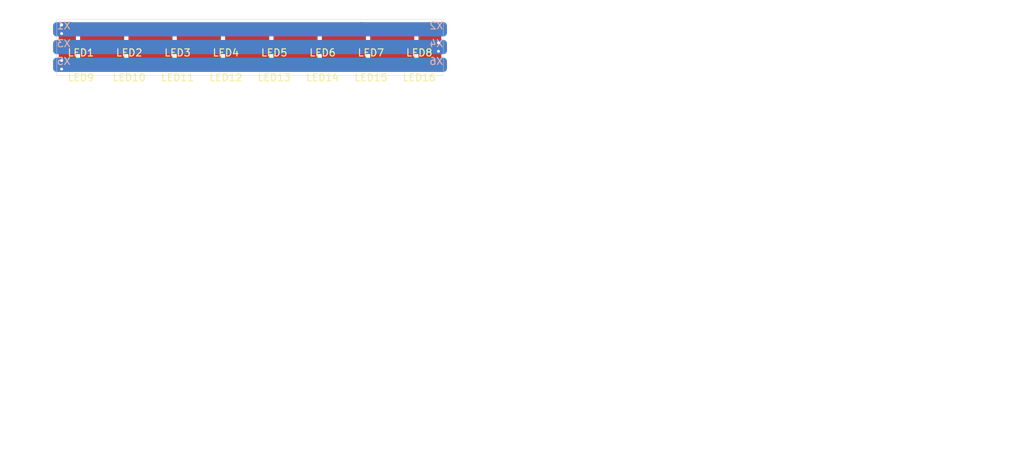
<source format=kicad_pcb>
(kicad_pcb (version 20171130) (host pcbnew "(5.1.6)-1")

  (general
    (thickness 1.6)
    (drawings 16)
    (tracks 62)
    (zones 0)
    (modules 22)
    (nets 18)
  )

  (page A4)
  (layers
    (0 F.Cu signal)
    (31 B.Cu signal)
    (32 B.Adhes user)
    (33 F.Adhes user)
    (34 B.Paste user)
    (35 F.Paste user)
    (36 B.SilkS user)
    (37 F.SilkS user)
    (38 B.Mask user)
    (39 F.Mask user)
    (40 Dwgs.User user)
    (41 Cmts.User user)
    (42 Eco1.User user)
    (43 Eco2.User user)
    (44 Edge.Cuts user)
    (45 Margin user)
    (46 B.CrtYd user)
    (47 F.CrtYd user)
    (48 B.Fab user)
    (49 F.Fab user)
  )

  (setup
    (last_trace_width 2.5)
    (user_trace_width 0.2)
    (user_trace_width 0.5)
    (user_trace_width 0.8)
    (user_trace_width 1)
    (user_trace_width 2)
    (user_trace_width 2.5)
    (trace_clearance 0.2)
    (zone_clearance 0.508)
    (zone_45_only no)
    (trace_min 0.2)
    (via_size 0.8)
    (via_drill 0.4)
    (via_min_size 0.4)
    (via_min_drill 0.3)
    (uvia_size 0.3)
    (uvia_drill 0.1)
    (uvias_allowed no)
    (uvia_min_size 0.2)
    (uvia_min_drill 0.1)
    (edge_width 0.05)
    (segment_width 0.2)
    (pcb_text_width 0.3)
    (pcb_text_size 1.5 1.5)
    (mod_edge_width 0.12)
    (mod_text_size 1 1)
    (mod_text_width 0.15)
    (pad_size 1.524 1.524)
    (pad_drill 0.762)
    (pad_to_mask_clearance 0.05)
    (aux_axis_origin 0 0)
    (visible_elements 7FFFFFFF)
    (pcbplotparams
      (layerselection 0x010fc_ffffffff)
      (usegerberextensions false)
      (usegerberattributes true)
      (usegerberadvancedattributes true)
      (creategerberjobfile true)
      (excludeedgelayer true)
      (linewidth 0.100000)
      (plotframeref false)
      (viasonmask false)
      (mode 1)
      (useauxorigin false)
      (hpglpennumber 1)
      (hpglpenspeed 20)
      (hpglpendiameter 15.000000)
      (psnegative false)
      (psa4output false)
      (plotreference true)
      (plotvalue true)
      (plotinvisibletext false)
      (padsonsilk false)
      (subtractmaskfromsilk false)
      (outputformat 1)
      (mirror false)
      (drillshape 1)
      (scaleselection 1)
      (outputdirectory ""))
  )

  (net 0 "")
  (net 1 "Net-(LED1-Pad1)")
  (net 2 "Net-(LED2-Pad1)")
  (net 3 "Net-(LED3-Pad1)")
  (net 4 "Net-(LED4-Pad1)")
  (net 5 "Net-(LED5-Pad1)")
  (net 6 GND)
  (net 7 "Net-(LED6-Pad1)")
  (net 8 "Net-(LED7-Pad1)")
  (net 9 "Net-(LED10-Pad2)")
  (net 10 "Net-(LED10-Pad1)")
  (net 11 "Net-(LED11-Pad1)")
  (net 12 "Net-(LED12-Pad1)")
  (net 13 "Net-(LED13-Pad1)")
  (net 14 "Net-(LED14-Pad1)")
  (net 15 "Net-(LED15-Pad1)")
  (net 16 VDD)
  (net 17 VDDF)

  (net_class Default "This is the default net class."
    (clearance 0.2)
    (trace_width 0.25)
    (via_dia 0.8)
    (via_drill 0.4)
    (uvia_dia 0.3)
    (uvia_drill 0.1)
    (add_net GND)
    (add_net "Net-(LED1-Pad1)")
    (add_net "Net-(LED10-Pad1)")
    (add_net "Net-(LED10-Pad2)")
    (add_net "Net-(LED11-Pad1)")
    (add_net "Net-(LED12-Pad1)")
    (add_net "Net-(LED13-Pad1)")
    (add_net "Net-(LED14-Pad1)")
    (add_net "Net-(LED15-Pad1)")
    (add_net "Net-(LED2-Pad1)")
    (add_net "Net-(LED3-Pad1)")
    (add_net "Net-(LED4-Pad1)")
    (add_net "Net-(LED5-Pad1)")
    (add_net "Net-(LED6-Pad1)")
    (add_net "Net-(LED7-Pad1)")
    (add_net VDD)
    (add_net VDDF)
  )

  (module LEDparts:TP (layer B.Cu) (tedit 619FFA80) (tstamp 61A09896)
    (at 80 34.2)
    (path /61A9093E)
    (fp_text reference X6 (at 0 -0.5) (layer B.SilkS)
      (effects (font (size 1 1) (thickness 0.15)) (justify mirror))
    )
    (fp_text value TP (at 0 0.5) (layer B.Fab)
      (effects (font (size 1 1) (thickness 0.15)) (justify mirror))
    )
    (pad 1 smd roundrect (at 0 0) (size 3 2) (layers B.Cu B.Paste B.Mask) (roundrect_rratio 0.25)
      (net 17 VDDF))
  )

  (module LEDparts:TP (layer B.Cu) (tedit 619FFA80) (tstamp 61A0990E)
    (at 27.6 34.2)
    (path /61A847D8)
    (fp_text reference X5 (at 0 -0.5) (layer B.SilkS)
      (effects (font (size 1 1) (thickness 0.15)) (justify mirror))
    )
    (fp_text value TP (at 0 0.5) (layer B.Fab)
      (effects (font (size 1 1) (thickness 0.15)) (justify mirror))
    )
    (pad 1 smd roundrect (at 0 0) (size 3 2) (layers B.Cu B.Paste B.Mask) (roundrect_rratio 0.25)
      (net 17 VDDF))
  )

  (module LEDparts:TP (layer B.Cu) (tedit 619FFA80) (tstamp 61A098AE)
    (at 80 31.7)
    (path /61A90938)
    (fp_text reference X4 (at 0 -0.5) (layer B.SilkS)
      (effects (font (size 1 1) (thickness 0.15)) (justify mirror))
    )
    (fp_text value TP (at 0 0.5) (layer B.Fab)
      (effects (font (size 1 1) (thickness 0.15)) (justify mirror))
    )
    (pad 1 smd roundrect (at 0 0) (size 3 2) (layers B.Cu B.Paste B.Mask) (roundrect_rratio 0.25)
      (net 6 GND))
  )

  (module LEDparts:TP (layer B.Cu) (tedit 619FFA80) (tstamp 61A098BA)
    (at 27.6 31.7)
    (path /61A840C8)
    (fp_text reference X3 (at 0 -0.5) (layer B.SilkS)
      (effects (font (size 1 1) (thickness 0.15)) (justify mirror))
    )
    (fp_text value TP (at 0 0.5) (layer B.Fab)
      (effects (font (size 1 1) (thickness 0.15)) (justify mirror))
    )
    (pad 1 smd roundrect (at 0 0) (size 3 2) (layers B.Cu B.Paste B.Mask) (roundrect_rratio 0.25)
      (net 6 GND))
  )

  (module LEDparts:TP (layer B.Cu) (tedit 619FFA80) (tstamp 61A098C6)
    (at 80 29.2)
    (path /61A927D0)
    (fp_text reference X2 (at 0 -0.5) (layer B.SilkS)
      (effects (font (size 1 1) (thickness 0.15)) (justify mirror))
    )
    (fp_text value TP (at 0 0.5) (layer B.Fab)
      (effects (font (size 1 1) (thickness 0.15)) (justify mirror))
    )
    (pad 1 smd roundrect (at 0 0) (size 3 2) (layers B.Cu B.Paste B.Mask) (roundrect_rratio 0.25)
      (net 16 VDD))
  )

  (module LEDparts:TP (layer B.Cu) (tedit 619FFA80) (tstamp 61A098D2)
    (at 27.6 29.2)
    (path /61A8345F)
    (fp_text reference X1 (at 0 -0.5) (layer B.SilkS)
      (effects (font (size 1 1) (thickness 0.15)) (justify mirror))
    )
    (fp_text value TP (at 0 0.5) (layer B.Fab)
      (effects (font (size 1 1) (thickness 0.15)) (justify mirror))
    )
    (pad 1 smd roundrect (at 0 0) (size 3 2) (layers B.Cu B.Paste B.Mask) (roundrect_rratio 0.25)
      (net 16 VDD))
  )

  (module LEDparts:JE2835 (layer F.Cu) (tedit 619EA7CD) (tstamp 61A01290)
    (at 57.2 30)
    (path /619F0512)
    (fp_text reference LED5 (at 0 2.5) (layer F.SilkS)
      (effects (font (size 1 1) (thickness 0.15)))
    )
    (fp_text value JE2835 (at 0 -2.2) (layer F.Fab)
      (effects (font (size 1 1) (thickness 0.15)))
    )
    (fp_line (start -1 1.1) (end 1 1.1) (layer F.Fab) (width 0.12))
    (fp_line (start -1.5 0.6) (end -1 1.1) (layer F.Fab) (width 0.12))
    (fp_line (start -1.5 -0.7) (end -1.5 0.6) (layer F.Fab) (width 0.12))
    (fp_line (start -1.1 -1.1) (end -1.5 -0.7) (layer F.Fab) (width 0.12))
    (fp_line (start 1.1 -1.1) (end -1.1 -1.1) (layer F.Fab) (width 0.12))
    (fp_line (start 1.5 -0.7) (end 1.1 -1.1) (layer F.Fab) (width 0.12))
    (fp_line (start 1.5 0.6) (end 1.5 -0.7) (layer F.Fab) (width 0.12))
    (fp_line (start 1 1.1) (end 1.5 0.6) (layer F.Fab) (width 0.12))
    (fp_line (start 1 1.4) (end 1.7 0.7) (layer F.Fab) (width 0.12))
    (fp_line (start 1.75 -1.4) (end -1.75 -1.4) (layer F.Fab) (width 0.12))
    (fp_line (start 1.75 1.4) (end 1.75 -1.4) (layer F.Fab) (width 0.12))
    (fp_line (start -1.75 1.4) (end 1.75 1.4) (layer F.Fab) (width 0.12))
    (fp_line (start -1.75 -1.4) (end -1.75 1.4) (layer F.Fab) (width 0.12))
    (fp_line (start 0.4 0) (end -0.4 0) (layer Dwgs.User) (width 0.05))
    (fp_line (start 0 -0.4) (end 0 0.4) (layer Dwgs.User) (width 0.05))
    (pad 1 smd roundrect (at 1 0) (size 2.2 2.8) (layers F.Cu F.Paste F.Mask) (roundrect_rratio 0.25)
      (net 5 "Net-(LED5-Pad1)"))
    (pad 2 smd roundrect (at -1.4 0) (size 1.4 2.8) (layers F.Cu F.Paste F.Mask) (roundrect_rratio 0.25)
      (net 4 "Net-(LED4-Pad1)"))
  )

  (module LEDparts:JE2835 (layer F.Cu) (tedit 619EA7CD) (tstamp 61A00A68)
    (at 30 33.5)
    (path /61A0657C)
    (fp_text reference LED9 (at 0 2.5) (layer F.SilkS)
      (effects (font (size 1 1) (thickness 0.15)))
    )
    (fp_text value JE2835 (at 0 -2.2) (layer F.Fab)
      (effects (font (size 1 1) (thickness 0.15)))
    )
    (fp_line (start -1 1.1) (end 1 1.1) (layer F.Fab) (width 0.12))
    (fp_line (start -1.5 0.6) (end -1 1.1) (layer F.Fab) (width 0.12))
    (fp_line (start -1.5 -0.7) (end -1.5 0.6) (layer F.Fab) (width 0.12))
    (fp_line (start -1.1 -1.1) (end -1.5 -0.7) (layer F.Fab) (width 0.12))
    (fp_line (start 1.1 -1.1) (end -1.1 -1.1) (layer F.Fab) (width 0.12))
    (fp_line (start 1.5 -0.7) (end 1.1 -1.1) (layer F.Fab) (width 0.12))
    (fp_line (start 1.5 0.6) (end 1.5 -0.7) (layer F.Fab) (width 0.12))
    (fp_line (start 1 1.1) (end 1.5 0.6) (layer F.Fab) (width 0.12))
    (fp_line (start 1 1.4) (end 1.7 0.7) (layer F.Fab) (width 0.12))
    (fp_line (start 1.75 -1.4) (end -1.75 -1.4) (layer F.Fab) (width 0.12))
    (fp_line (start 1.75 1.4) (end 1.75 -1.4) (layer F.Fab) (width 0.12))
    (fp_line (start -1.75 1.4) (end 1.75 1.4) (layer F.Fab) (width 0.12))
    (fp_line (start -1.75 -1.4) (end -1.75 1.4) (layer F.Fab) (width 0.12))
    (fp_line (start 0.4 0) (end -0.4 0) (layer Dwgs.User) (width 0.05))
    (fp_line (start 0 -0.4) (end 0 0.4) (layer Dwgs.User) (width 0.05))
    (pad 1 smd roundrect (at 1 0) (size 2.2 2.8) (layers F.Cu F.Paste F.Mask) (roundrect_rratio 0.25)
      (net 9 "Net-(LED10-Pad2)"))
    (pad 2 smd roundrect (at -1.4 0) (size 1.4 2.8) (layers F.Cu F.Paste F.Mask) (roundrect_rratio 0.25)
      (net 17 VDDF))
  )

  (module LEDparts:JE2835 (layer F.Cu) (tedit 619EA7CD) (tstamp 61A00A54)
    (at 50.4 33.5)
    (path /61A0658E)
    (fp_text reference LED12 (at 0 2.5) (layer F.SilkS)
      (effects (font (size 1 1) (thickness 0.15)))
    )
    (fp_text value JE2835 (at 0 -2.2) (layer F.Fab)
      (effects (font (size 1 1) (thickness 0.15)))
    )
    (fp_line (start -1 1.1) (end 1 1.1) (layer F.Fab) (width 0.12))
    (fp_line (start -1.5 0.6) (end -1 1.1) (layer F.Fab) (width 0.12))
    (fp_line (start -1.5 -0.7) (end -1.5 0.6) (layer F.Fab) (width 0.12))
    (fp_line (start -1.1 -1.1) (end -1.5 -0.7) (layer F.Fab) (width 0.12))
    (fp_line (start 1.1 -1.1) (end -1.1 -1.1) (layer F.Fab) (width 0.12))
    (fp_line (start 1.5 -0.7) (end 1.1 -1.1) (layer F.Fab) (width 0.12))
    (fp_line (start 1.5 0.6) (end 1.5 -0.7) (layer F.Fab) (width 0.12))
    (fp_line (start 1 1.1) (end 1.5 0.6) (layer F.Fab) (width 0.12))
    (fp_line (start 1 1.4) (end 1.7 0.7) (layer F.Fab) (width 0.12))
    (fp_line (start 1.75 -1.4) (end -1.75 -1.4) (layer F.Fab) (width 0.12))
    (fp_line (start 1.75 1.4) (end 1.75 -1.4) (layer F.Fab) (width 0.12))
    (fp_line (start -1.75 1.4) (end 1.75 1.4) (layer F.Fab) (width 0.12))
    (fp_line (start -1.75 -1.4) (end -1.75 1.4) (layer F.Fab) (width 0.12))
    (fp_line (start 0.4 0) (end -0.4 0) (layer Dwgs.User) (width 0.05))
    (fp_line (start 0 -0.4) (end 0 0.4) (layer Dwgs.User) (width 0.05))
    (pad 1 smd roundrect (at 1 0) (size 2.2 2.8) (layers F.Cu F.Paste F.Mask) (roundrect_rratio 0.25)
      (net 12 "Net-(LED12-Pad1)"))
    (pad 2 smd roundrect (at -1.4 0) (size 1.4 2.8) (layers F.Cu F.Paste F.Mask) (roundrect_rratio 0.25)
      (net 11 "Net-(LED11-Pad1)"))
  )

  (module LEDparts:JE2835 (layer F.Cu) (tedit 619EA7CD) (tstamp 61A01164)
    (at 70.8 33.5)
    (path /61A065A3)
    (fp_text reference LED15 (at 0 2.5) (layer F.SilkS)
      (effects (font (size 1 1) (thickness 0.15)))
    )
    (fp_text value JE2835 (at 0 -2.2) (layer F.Fab)
      (effects (font (size 1 1) (thickness 0.15)))
    )
    (fp_line (start -1 1.1) (end 1 1.1) (layer F.Fab) (width 0.12))
    (fp_line (start -1.5 0.6) (end -1 1.1) (layer F.Fab) (width 0.12))
    (fp_line (start -1.5 -0.7) (end -1.5 0.6) (layer F.Fab) (width 0.12))
    (fp_line (start -1.1 -1.1) (end -1.5 -0.7) (layer F.Fab) (width 0.12))
    (fp_line (start 1.1 -1.1) (end -1.1 -1.1) (layer F.Fab) (width 0.12))
    (fp_line (start 1.5 -0.7) (end 1.1 -1.1) (layer F.Fab) (width 0.12))
    (fp_line (start 1.5 0.6) (end 1.5 -0.7) (layer F.Fab) (width 0.12))
    (fp_line (start 1 1.1) (end 1.5 0.6) (layer F.Fab) (width 0.12))
    (fp_line (start 1 1.4) (end 1.7 0.7) (layer F.Fab) (width 0.12))
    (fp_line (start 1.75 -1.4) (end -1.75 -1.4) (layer F.Fab) (width 0.12))
    (fp_line (start 1.75 1.4) (end 1.75 -1.4) (layer F.Fab) (width 0.12))
    (fp_line (start -1.75 1.4) (end 1.75 1.4) (layer F.Fab) (width 0.12))
    (fp_line (start -1.75 -1.4) (end -1.75 1.4) (layer F.Fab) (width 0.12))
    (fp_line (start 0.4 0) (end -0.4 0) (layer Dwgs.User) (width 0.05))
    (fp_line (start 0 -0.4) (end 0 0.4) (layer Dwgs.User) (width 0.05))
    (pad 1 smd roundrect (at 1 0) (size 2.2 2.8) (layers F.Cu F.Paste F.Mask) (roundrect_rratio 0.25)
      (net 15 "Net-(LED15-Pad1)"))
    (pad 2 smd roundrect (at -1.4 0) (size 1.4 2.8) (layers F.Cu F.Paste F.Mask) (roundrect_rratio 0.25)
      (net 14 "Net-(LED14-Pad1)"))
  )

  (module LEDparts:JE2835 (layer F.Cu) (tedit 619EA7CD) (tstamp 61A01128)
    (at 77.6 30)
    (path /619FEC6B)
    (fp_text reference LED8 (at 0 2.5) (layer F.SilkS)
      (effects (font (size 1 1) (thickness 0.15)))
    )
    (fp_text value JE2835 (at 0 -2.2) (layer F.Fab)
      (effects (font (size 1 1) (thickness 0.15)))
    )
    (fp_line (start -1 1.1) (end 1 1.1) (layer F.Fab) (width 0.12))
    (fp_line (start -1.5 0.6) (end -1 1.1) (layer F.Fab) (width 0.12))
    (fp_line (start -1.5 -0.7) (end -1.5 0.6) (layer F.Fab) (width 0.12))
    (fp_line (start -1.1 -1.1) (end -1.5 -0.7) (layer F.Fab) (width 0.12))
    (fp_line (start 1.1 -1.1) (end -1.1 -1.1) (layer F.Fab) (width 0.12))
    (fp_line (start 1.5 -0.7) (end 1.1 -1.1) (layer F.Fab) (width 0.12))
    (fp_line (start 1.5 0.6) (end 1.5 -0.7) (layer F.Fab) (width 0.12))
    (fp_line (start 1 1.1) (end 1.5 0.6) (layer F.Fab) (width 0.12))
    (fp_line (start 1 1.4) (end 1.7 0.7) (layer F.Fab) (width 0.12))
    (fp_line (start 1.75 -1.4) (end -1.75 -1.4) (layer F.Fab) (width 0.12))
    (fp_line (start 1.75 1.4) (end 1.75 -1.4) (layer F.Fab) (width 0.12))
    (fp_line (start -1.75 1.4) (end 1.75 1.4) (layer F.Fab) (width 0.12))
    (fp_line (start -1.75 -1.4) (end -1.75 1.4) (layer F.Fab) (width 0.12))
    (fp_line (start 0.4 0) (end -0.4 0) (layer Dwgs.User) (width 0.05))
    (fp_line (start 0 -0.4) (end 0 0.4) (layer Dwgs.User) (width 0.05))
    (pad 1 smd roundrect (at 1 0) (size 2.2 2.8) (layers F.Cu F.Paste F.Mask) (roundrect_rratio 0.25)
      (net 6 GND))
    (pad 2 smd roundrect (at -1.4 0) (size 1.4 2.8) (layers F.Cu F.Paste F.Mask) (roundrect_rratio 0.25)
      (net 8 "Net-(LED7-Pad1)"))
  )

  (module LEDparts:JE2835 (layer F.Cu) (tedit 619EA7CD) (tstamp 61A011A0)
    (at 70.8 30)
    (path /619FE9D0)
    (fp_text reference LED7 (at 0 2.5) (layer F.SilkS)
      (effects (font (size 1 1) (thickness 0.15)))
    )
    (fp_text value JE2835 (at 0 -2.2) (layer F.Fab)
      (effects (font (size 1 1) (thickness 0.15)))
    )
    (fp_line (start -1 1.1) (end 1 1.1) (layer F.Fab) (width 0.12))
    (fp_line (start -1.5 0.6) (end -1 1.1) (layer F.Fab) (width 0.12))
    (fp_line (start -1.5 -0.7) (end -1.5 0.6) (layer F.Fab) (width 0.12))
    (fp_line (start -1.1 -1.1) (end -1.5 -0.7) (layer F.Fab) (width 0.12))
    (fp_line (start 1.1 -1.1) (end -1.1 -1.1) (layer F.Fab) (width 0.12))
    (fp_line (start 1.5 -0.7) (end 1.1 -1.1) (layer F.Fab) (width 0.12))
    (fp_line (start 1.5 0.6) (end 1.5 -0.7) (layer F.Fab) (width 0.12))
    (fp_line (start 1 1.1) (end 1.5 0.6) (layer F.Fab) (width 0.12))
    (fp_line (start 1 1.4) (end 1.7 0.7) (layer F.Fab) (width 0.12))
    (fp_line (start 1.75 -1.4) (end -1.75 -1.4) (layer F.Fab) (width 0.12))
    (fp_line (start 1.75 1.4) (end 1.75 -1.4) (layer F.Fab) (width 0.12))
    (fp_line (start -1.75 1.4) (end 1.75 1.4) (layer F.Fab) (width 0.12))
    (fp_line (start -1.75 -1.4) (end -1.75 1.4) (layer F.Fab) (width 0.12))
    (fp_line (start 0.4 0) (end -0.4 0) (layer Dwgs.User) (width 0.05))
    (fp_line (start 0 -0.4) (end 0 0.4) (layer Dwgs.User) (width 0.05))
    (pad 1 smd roundrect (at 1 0) (size 2.2 2.8) (layers F.Cu F.Paste F.Mask) (roundrect_rratio 0.25)
      (net 8 "Net-(LED7-Pad1)"))
    (pad 2 smd roundrect (at -1.4 0) (size 1.4 2.8) (layers F.Cu F.Paste F.Mask) (roundrect_rratio 0.25)
      (net 7 "Net-(LED6-Pad1)"))
  )

  (module LEDparts:JE2835 (layer F.Cu) (tedit 619EA7CD) (tstamp 61A009F0)
    (at 36.8 33.5)
    (path /61A06582)
    (fp_text reference LED10 (at 0 2.5) (layer F.SilkS)
      (effects (font (size 1 1) (thickness 0.15)))
    )
    (fp_text value JE2835 (at 0 -2.2) (layer F.Fab)
      (effects (font (size 1 1) (thickness 0.15)))
    )
    (fp_line (start -1 1.1) (end 1 1.1) (layer F.Fab) (width 0.12))
    (fp_line (start -1.5 0.6) (end -1 1.1) (layer F.Fab) (width 0.12))
    (fp_line (start -1.5 -0.7) (end -1.5 0.6) (layer F.Fab) (width 0.12))
    (fp_line (start -1.1 -1.1) (end -1.5 -0.7) (layer F.Fab) (width 0.12))
    (fp_line (start 1.1 -1.1) (end -1.1 -1.1) (layer F.Fab) (width 0.12))
    (fp_line (start 1.5 -0.7) (end 1.1 -1.1) (layer F.Fab) (width 0.12))
    (fp_line (start 1.5 0.6) (end 1.5 -0.7) (layer F.Fab) (width 0.12))
    (fp_line (start 1 1.1) (end 1.5 0.6) (layer F.Fab) (width 0.12))
    (fp_line (start 1 1.4) (end 1.7 0.7) (layer F.Fab) (width 0.12))
    (fp_line (start 1.75 -1.4) (end -1.75 -1.4) (layer F.Fab) (width 0.12))
    (fp_line (start 1.75 1.4) (end 1.75 -1.4) (layer F.Fab) (width 0.12))
    (fp_line (start -1.75 1.4) (end 1.75 1.4) (layer F.Fab) (width 0.12))
    (fp_line (start -1.75 -1.4) (end -1.75 1.4) (layer F.Fab) (width 0.12))
    (fp_line (start 0.4 0) (end -0.4 0) (layer Dwgs.User) (width 0.05))
    (fp_line (start 0 -0.4) (end 0 0.4) (layer Dwgs.User) (width 0.05))
    (pad 1 smd roundrect (at 1 0) (size 2.2 2.8) (layers F.Cu F.Paste F.Mask) (roundrect_rratio 0.25)
      (net 10 "Net-(LED10-Pad1)"))
    (pad 2 smd roundrect (at -1.4 0) (size 1.4 2.8) (layers F.Cu F.Paste F.Mask) (roundrect_rratio 0.25)
      (net 9 "Net-(LED10-Pad2)"))
  )

  (module LEDparts:JE2835 (layer F.Cu) (tedit 619EA7CD) (tstamp 61A014A2)
    (at 77.6 33.5)
    (path /61A065A9)
    (fp_text reference LED16 (at 0 2.5) (layer F.SilkS)
      (effects (font (size 1 1) (thickness 0.15)))
    )
    (fp_text value JE2835 (at 0 -2.2) (layer F.Fab)
      (effects (font (size 1 1) (thickness 0.15)))
    )
    (fp_line (start -1 1.1) (end 1 1.1) (layer F.Fab) (width 0.12))
    (fp_line (start -1.5 0.6) (end -1 1.1) (layer F.Fab) (width 0.12))
    (fp_line (start -1.5 -0.7) (end -1.5 0.6) (layer F.Fab) (width 0.12))
    (fp_line (start -1.1 -1.1) (end -1.5 -0.7) (layer F.Fab) (width 0.12))
    (fp_line (start 1.1 -1.1) (end -1.1 -1.1) (layer F.Fab) (width 0.12))
    (fp_line (start 1.5 -0.7) (end 1.1 -1.1) (layer F.Fab) (width 0.12))
    (fp_line (start 1.5 0.6) (end 1.5 -0.7) (layer F.Fab) (width 0.12))
    (fp_line (start 1 1.1) (end 1.5 0.6) (layer F.Fab) (width 0.12))
    (fp_line (start 1 1.4) (end 1.7 0.7) (layer F.Fab) (width 0.12))
    (fp_line (start 1.75 -1.4) (end -1.75 -1.4) (layer F.Fab) (width 0.12))
    (fp_line (start 1.75 1.4) (end 1.75 -1.4) (layer F.Fab) (width 0.12))
    (fp_line (start -1.75 1.4) (end 1.75 1.4) (layer F.Fab) (width 0.12))
    (fp_line (start -1.75 -1.4) (end -1.75 1.4) (layer F.Fab) (width 0.12))
    (fp_line (start 0.4 0) (end -0.4 0) (layer Dwgs.User) (width 0.05))
    (fp_line (start 0 -0.4) (end 0 0.4) (layer Dwgs.User) (width 0.05))
    (pad 1 smd roundrect (at 1 0) (size 2.2 2.8) (layers F.Cu F.Paste F.Mask) (roundrect_rratio 0.25)
      (net 6 GND))
    (pad 2 smd roundrect (at -1.4 0) (size 1.4 2.8) (layers F.Cu F.Paste F.Mask) (roundrect_rratio 0.25)
      (net 15 "Net-(LED15-Pad1)"))
  )

  (module LEDparts:JE2835 (layer F.Cu) (tedit 619EA7CD) (tstamp 61A01218)
    (at 64 33.5)
    (path /61A0659A)
    (fp_text reference LED14 (at 0 2.5) (layer F.SilkS)
      (effects (font (size 1 1) (thickness 0.15)))
    )
    (fp_text value JE2835 (at 0 -2.2) (layer F.Fab)
      (effects (font (size 1 1) (thickness 0.15)))
    )
    (fp_line (start -1 1.1) (end 1 1.1) (layer F.Fab) (width 0.12))
    (fp_line (start -1.5 0.6) (end -1 1.1) (layer F.Fab) (width 0.12))
    (fp_line (start -1.5 -0.7) (end -1.5 0.6) (layer F.Fab) (width 0.12))
    (fp_line (start -1.1 -1.1) (end -1.5 -0.7) (layer F.Fab) (width 0.12))
    (fp_line (start 1.1 -1.1) (end -1.1 -1.1) (layer F.Fab) (width 0.12))
    (fp_line (start 1.5 -0.7) (end 1.1 -1.1) (layer F.Fab) (width 0.12))
    (fp_line (start 1.5 0.6) (end 1.5 -0.7) (layer F.Fab) (width 0.12))
    (fp_line (start 1 1.1) (end 1.5 0.6) (layer F.Fab) (width 0.12))
    (fp_line (start 1 1.4) (end 1.7 0.7) (layer F.Fab) (width 0.12))
    (fp_line (start 1.75 -1.4) (end -1.75 -1.4) (layer F.Fab) (width 0.12))
    (fp_line (start 1.75 1.4) (end 1.75 -1.4) (layer F.Fab) (width 0.12))
    (fp_line (start -1.75 1.4) (end 1.75 1.4) (layer F.Fab) (width 0.12))
    (fp_line (start -1.75 -1.4) (end -1.75 1.4) (layer F.Fab) (width 0.12))
    (fp_line (start 0.4 0) (end -0.4 0) (layer Dwgs.User) (width 0.05))
    (fp_line (start 0 -0.4) (end 0 0.4) (layer Dwgs.User) (width 0.05))
    (pad 1 smd roundrect (at 1 0) (size 2.2 2.8) (layers F.Cu F.Paste F.Mask) (roundrect_rratio 0.25)
      (net 14 "Net-(LED14-Pad1)"))
    (pad 2 smd roundrect (at -1.4 0) (size 1.4 2.8) (layers F.Cu F.Paste F.Mask) (roundrect_rratio 0.25)
      (net 13 "Net-(LED13-Pad1)"))
  )

  (module LEDparts:JE2835 (layer F.Cu) (tedit 619EA7CD) (tstamp 61A00978)
    (at 43.6 33.5)
    (path /61A06588)
    (fp_text reference LED11 (at 0 2.5) (layer F.SilkS)
      (effects (font (size 1 1) (thickness 0.15)))
    )
    (fp_text value JE2835 (at 0 -2.2) (layer F.Fab)
      (effects (font (size 1 1) (thickness 0.15)))
    )
    (fp_line (start -1 1.1) (end 1 1.1) (layer F.Fab) (width 0.12))
    (fp_line (start -1.5 0.6) (end -1 1.1) (layer F.Fab) (width 0.12))
    (fp_line (start -1.5 -0.7) (end -1.5 0.6) (layer F.Fab) (width 0.12))
    (fp_line (start -1.1 -1.1) (end -1.5 -0.7) (layer F.Fab) (width 0.12))
    (fp_line (start 1.1 -1.1) (end -1.1 -1.1) (layer F.Fab) (width 0.12))
    (fp_line (start 1.5 -0.7) (end 1.1 -1.1) (layer F.Fab) (width 0.12))
    (fp_line (start 1.5 0.6) (end 1.5 -0.7) (layer F.Fab) (width 0.12))
    (fp_line (start 1 1.1) (end 1.5 0.6) (layer F.Fab) (width 0.12))
    (fp_line (start 1 1.4) (end 1.7 0.7) (layer F.Fab) (width 0.12))
    (fp_line (start 1.75 -1.4) (end -1.75 -1.4) (layer F.Fab) (width 0.12))
    (fp_line (start 1.75 1.4) (end 1.75 -1.4) (layer F.Fab) (width 0.12))
    (fp_line (start -1.75 1.4) (end 1.75 1.4) (layer F.Fab) (width 0.12))
    (fp_line (start -1.75 -1.4) (end -1.75 1.4) (layer F.Fab) (width 0.12))
    (fp_line (start 0.4 0) (end -0.4 0) (layer Dwgs.User) (width 0.05))
    (fp_line (start 0 -0.4) (end 0 0.4) (layer Dwgs.User) (width 0.05))
    (pad 1 smd roundrect (at 1 0) (size 2.2 2.8) (layers F.Cu F.Paste F.Mask) (roundrect_rratio 0.25)
      (net 11 "Net-(LED11-Pad1)"))
    (pad 2 smd roundrect (at -1.4 0) (size 1.4 2.8) (layers F.Cu F.Paste F.Mask) (roundrect_rratio 0.25)
      (net 10 "Net-(LED10-Pad1)"))
  )

  (module LEDparts:JE2835 (layer F.Cu) (tedit 619EA7CD) (tstamp 61A01254)
    (at 57.2 33.5)
    (path /61A06594)
    (fp_text reference LED13 (at 0 2.5) (layer F.SilkS)
      (effects (font (size 1 1) (thickness 0.15)))
    )
    (fp_text value JE2835 (at 0 -2.2) (layer F.Fab)
      (effects (font (size 1 1) (thickness 0.15)))
    )
    (fp_line (start -1 1.1) (end 1 1.1) (layer F.Fab) (width 0.12))
    (fp_line (start -1.5 0.6) (end -1 1.1) (layer F.Fab) (width 0.12))
    (fp_line (start -1.5 -0.7) (end -1.5 0.6) (layer F.Fab) (width 0.12))
    (fp_line (start -1.1 -1.1) (end -1.5 -0.7) (layer F.Fab) (width 0.12))
    (fp_line (start 1.1 -1.1) (end -1.1 -1.1) (layer F.Fab) (width 0.12))
    (fp_line (start 1.5 -0.7) (end 1.1 -1.1) (layer F.Fab) (width 0.12))
    (fp_line (start 1.5 0.6) (end 1.5 -0.7) (layer F.Fab) (width 0.12))
    (fp_line (start 1 1.1) (end 1.5 0.6) (layer F.Fab) (width 0.12))
    (fp_line (start 1 1.4) (end 1.7 0.7) (layer F.Fab) (width 0.12))
    (fp_line (start 1.75 -1.4) (end -1.75 -1.4) (layer F.Fab) (width 0.12))
    (fp_line (start 1.75 1.4) (end 1.75 -1.4) (layer F.Fab) (width 0.12))
    (fp_line (start -1.75 1.4) (end 1.75 1.4) (layer F.Fab) (width 0.12))
    (fp_line (start -1.75 -1.4) (end -1.75 1.4) (layer F.Fab) (width 0.12))
    (fp_line (start 0.4 0) (end -0.4 0) (layer Dwgs.User) (width 0.05))
    (fp_line (start 0 -0.4) (end 0 0.4) (layer Dwgs.User) (width 0.05))
    (pad 1 smd roundrect (at 1 0) (size 2.2 2.8) (layers F.Cu F.Paste F.Mask) (roundrect_rratio 0.25)
      (net 13 "Net-(LED13-Pad1)"))
    (pad 2 smd roundrect (at -1.4 0) (size 1.4 2.8) (layers F.Cu F.Paste F.Mask) (roundrect_rratio 0.25)
      (net 12 "Net-(LED12-Pad1)"))
  )

  (module LEDparts:JE2835 (layer F.Cu) (tedit 619EA7CD) (tstamp 61A010EC)
    (at 64 30)
    (path /619F08EC)
    (fp_text reference LED6 (at 0 2.5) (layer F.SilkS)
      (effects (font (size 1 1) (thickness 0.15)))
    )
    (fp_text value JE2835 (at 0 -2.2) (layer F.Fab)
      (effects (font (size 1 1) (thickness 0.15)))
    )
    (fp_line (start -1 1.1) (end 1 1.1) (layer F.Fab) (width 0.12))
    (fp_line (start -1.5 0.6) (end -1 1.1) (layer F.Fab) (width 0.12))
    (fp_line (start -1.5 -0.7) (end -1.5 0.6) (layer F.Fab) (width 0.12))
    (fp_line (start -1.1 -1.1) (end -1.5 -0.7) (layer F.Fab) (width 0.12))
    (fp_line (start 1.1 -1.1) (end -1.1 -1.1) (layer F.Fab) (width 0.12))
    (fp_line (start 1.5 -0.7) (end 1.1 -1.1) (layer F.Fab) (width 0.12))
    (fp_line (start 1.5 0.6) (end 1.5 -0.7) (layer F.Fab) (width 0.12))
    (fp_line (start 1 1.1) (end 1.5 0.6) (layer F.Fab) (width 0.12))
    (fp_line (start 1 1.4) (end 1.7 0.7) (layer F.Fab) (width 0.12))
    (fp_line (start 1.75 -1.4) (end -1.75 -1.4) (layer F.Fab) (width 0.12))
    (fp_line (start 1.75 1.4) (end 1.75 -1.4) (layer F.Fab) (width 0.12))
    (fp_line (start -1.75 1.4) (end 1.75 1.4) (layer F.Fab) (width 0.12))
    (fp_line (start -1.75 -1.4) (end -1.75 1.4) (layer F.Fab) (width 0.12))
    (fp_line (start 0.4 0) (end -0.4 0) (layer Dwgs.User) (width 0.05))
    (fp_line (start 0 -0.4) (end 0 0.4) (layer Dwgs.User) (width 0.05))
    (pad 1 smd roundrect (at 1 0) (size 2.2 2.8) (layers F.Cu F.Paste F.Mask) (roundrect_rratio 0.25)
      (net 7 "Net-(LED6-Pad1)"))
    (pad 2 smd roundrect (at -1.4 0) (size 1.4 2.8) (layers F.Cu F.Paste F.Mask) (roundrect_rratio 0.25)
      (net 5 "Net-(LED5-Pad1)"))
  )

  (module LEDparts:JE2835 (layer F.Cu) (tedit 619EA7CD) (tstamp 61A00887)
    (at 36.8 30)
    (path /619F00C3)
    (fp_text reference LED2 (at 0 2.5) (layer F.SilkS)
      (effects (font (size 1 1) (thickness 0.15)))
    )
    (fp_text value JE2835 (at 0 -2.2) (layer F.Fab)
      (effects (font (size 1 1) (thickness 0.15)))
    )
    (fp_line (start -1 1.1) (end 1 1.1) (layer F.Fab) (width 0.12))
    (fp_line (start -1.5 0.6) (end -1 1.1) (layer F.Fab) (width 0.12))
    (fp_line (start -1.5 -0.7) (end -1.5 0.6) (layer F.Fab) (width 0.12))
    (fp_line (start -1.1 -1.1) (end -1.5 -0.7) (layer F.Fab) (width 0.12))
    (fp_line (start 1.1 -1.1) (end -1.1 -1.1) (layer F.Fab) (width 0.12))
    (fp_line (start 1.5 -0.7) (end 1.1 -1.1) (layer F.Fab) (width 0.12))
    (fp_line (start 1.5 0.6) (end 1.5 -0.7) (layer F.Fab) (width 0.12))
    (fp_line (start 1 1.1) (end 1.5 0.6) (layer F.Fab) (width 0.12))
    (fp_line (start 1 1.4) (end 1.7 0.7) (layer F.Fab) (width 0.12))
    (fp_line (start 1.75 -1.4) (end -1.75 -1.4) (layer F.Fab) (width 0.12))
    (fp_line (start 1.75 1.4) (end 1.75 -1.4) (layer F.Fab) (width 0.12))
    (fp_line (start -1.75 1.4) (end 1.75 1.4) (layer F.Fab) (width 0.12))
    (fp_line (start -1.75 -1.4) (end -1.75 1.4) (layer F.Fab) (width 0.12))
    (fp_line (start 0.4 0) (end -0.4 0) (layer Dwgs.User) (width 0.05))
    (fp_line (start 0 -0.4) (end 0 0.4) (layer Dwgs.User) (width 0.05))
    (pad 1 smd roundrect (at 1 0) (size 2.2 2.8) (layers F.Cu F.Paste F.Mask) (roundrect_rratio 0.25)
      (net 2 "Net-(LED2-Pad1)"))
    (pad 2 smd roundrect (at -1.4 0) (size 1.4 2.8) (layers F.Cu F.Paste F.Mask) (roundrect_rratio 0.25)
      (net 1 "Net-(LED1-Pad1)"))
  )

  (module LEDparts:JE2835 (layer F.Cu) (tedit 619EA7CD) (tstamp 61A00873)
    (at 30 30)
    (path /619EF36B)
    (fp_text reference LED1 (at 0 2.5) (layer F.SilkS)
      (effects (font (size 1 1) (thickness 0.15)))
    )
    (fp_text value JE2835 (at 0 -2.2) (layer F.Fab)
      (effects (font (size 1 1) (thickness 0.15)))
    )
    (fp_line (start -1 1.1) (end 1 1.1) (layer F.Fab) (width 0.12))
    (fp_line (start -1.5 0.6) (end -1 1.1) (layer F.Fab) (width 0.12))
    (fp_line (start -1.5 -0.7) (end -1.5 0.6) (layer F.Fab) (width 0.12))
    (fp_line (start -1.1 -1.1) (end -1.5 -0.7) (layer F.Fab) (width 0.12))
    (fp_line (start 1.1 -1.1) (end -1.1 -1.1) (layer F.Fab) (width 0.12))
    (fp_line (start 1.5 -0.7) (end 1.1 -1.1) (layer F.Fab) (width 0.12))
    (fp_line (start 1.5 0.6) (end 1.5 -0.7) (layer F.Fab) (width 0.12))
    (fp_line (start 1 1.1) (end 1.5 0.6) (layer F.Fab) (width 0.12))
    (fp_line (start 1 1.4) (end 1.7 0.7) (layer F.Fab) (width 0.12))
    (fp_line (start 1.75 -1.4) (end -1.75 -1.4) (layer F.Fab) (width 0.12))
    (fp_line (start 1.75 1.4) (end 1.75 -1.4) (layer F.Fab) (width 0.12))
    (fp_line (start -1.75 1.4) (end 1.75 1.4) (layer F.Fab) (width 0.12))
    (fp_line (start -1.75 -1.4) (end -1.75 1.4) (layer F.Fab) (width 0.12))
    (fp_line (start 0.4 0) (end -0.4 0) (layer Dwgs.User) (width 0.05))
    (fp_line (start 0 -0.4) (end 0 0.4) (layer Dwgs.User) (width 0.05))
    (pad 1 smd roundrect (at 1 0) (size 2.2 2.8) (layers F.Cu F.Paste F.Mask) (roundrect_rratio 0.25)
      (net 1 "Net-(LED1-Pad1)"))
    (pad 2 smd roundrect (at -1.4 0) (size 1.4 2.8) (layers F.Cu F.Paste F.Mask) (roundrect_rratio 0.25)
      (net 16 VDD))
  )

  (module LEDparts:JE2835 (layer F.Cu) (tedit 619EA7CD) (tstamp 61A0085F)
    (at 43.6 30)
    (path /619F011D)
    (fp_text reference LED3 (at 0 2.5) (layer F.SilkS)
      (effects (font (size 1 1) (thickness 0.15)))
    )
    (fp_text value JE2835 (at 0 -2.2) (layer F.Fab)
      (effects (font (size 1 1) (thickness 0.15)))
    )
    (fp_line (start -1 1.1) (end 1 1.1) (layer F.Fab) (width 0.12))
    (fp_line (start -1.5 0.6) (end -1 1.1) (layer F.Fab) (width 0.12))
    (fp_line (start -1.5 -0.7) (end -1.5 0.6) (layer F.Fab) (width 0.12))
    (fp_line (start -1.1 -1.1) (end -1.5 -0.7) (layer F.Fab) (width 0.12))
    (fp_line (start 1.1 -1.1) (end -1.1 -1.1) (layer F.Fab) (width 0.12))
    (fp_line (start 1.5 -0.7) (end 1.1 -1.1) (layer F.Fab) (width 0.12))
    (fp_line (start 1.5 0.6) (end 1.5 -0.7) (layer F.Fab) (width 0.12))
    (fp_line (start 1 1.1) (end 1.5 0.6) (layer F.Fab) (width 0.12))
    (fp_line (start 1 1.4) (end 1.7 0.7) (layer F.Fab) (width 0.12))
    (fp_line (start 1.75 -1.4) (end -1.75 -1.4) (layer F.Fab) (width 0.12))
    (fp_line (start 1.75 1.4) (end 1.75 -1.4) (layer F.Fab) (width 0.12))
    (fp_line (start -1.75 1.4) (end 1.75 1.4) (layer F.Fab) (width 0.12))
    (fp_line (start -1.75 -1.4) (end -1.75 1.4) (layer F.Fab) (width 0.12))
    (fp_line (start 0.4 0) (end -0.4 0) (layer Dwgs.User) (width 0.05))
    (fp_line (start 0 -0.4) (end 0 0.4) (layer Dwgs.User) (width 0.05))
    (pad 1 smd roundrect (at 1 0) (size 2.2 2.8) (layers F.Cu F.Paste F.Mask) (roundrect_rratio 0.25)
      (net 3 "Net-(LED3-Pad1)"))
    (pad 2 smd roundrect (at -1.4 0) (size 1.4 2.8) (layers F.Cu F.Paste F.Mask) (roundrect_rratio 0.25)
      (net 2 "Net-(LED2-Pad1)"))
  )

  (module LEDparts:JE2835 (layer F.Cu) (tedit 619EA7CD) (tstamp 61A01320)
    (at 50.4 30)
    (path /619F0265)
    (fp_text reference LED4 (at 0 2.5) (layer F.SilkS)
      (effects (font (size 1 1) (thickness 0.15)))
    )
    (fp_text value JE2835 (at 0 -2.2) (layer F.Fab)
      (effects (font (size 1 1) (thickness 0.15)))
    )
    (fp_line (start -1 1.1) (end 1 1.1) (layer F.Fab) (width 0.12))
    (fp_line (start -1.5 0.6) (end -1 1.1) (layer F.Fab) (width 0.12))
    (fp_line (start -1.5 -0.7) (end -1.5 0.6) (layer F.Fab) (width 0.12))
    (fp_line (start -1.1 -1.1) (end -1.5 -0.7) (layer F.Fab) (width 0.12))
    (fp_line (start 1.1 -1.1) (end -1.1 -1.1) (layer F.Fab) (width 0.12))
    (fp_line (start 1.5 -0.7) (end 1.1 -1.1) (layer F.Fab) (width 0.12))
    (fp_line (start 1.5 0.6) (end 1.5 -0.7) (layer F.Fab) (width 0.12))
    (fp_line (start 1 1.1) (end 1.5 0.6) (layer F.Fab) (width 0.12))
    (fp_line (start 1 1.4) (end 1.7 0.7) (layer F.Fab) (width 0.12))
    (fp_line (start 1.75 -1.4) (end -1.75 -1.4) (layer F.Fab) (width 0.12))
    (fp_line (start 1.75 1.4) (end 1.75 -1.4) (layer F.Fab) (width 0.12))
    (fp_line (start -1.75 1.4) (end 1.75 1.4) (layer F.Fab) (width 0.12))
    (fp_line (start -1.75 -1.4) (end -1.75 1.4) (layer F.Fab) (width 0.12))
    (fp_line (start 0.4 0) (end -0.4 0) (layer Dwgs.User) (width 0.05))
    (fp_line (start 0 -0.4) (end 0 0.4) (layer Dwgs.User) (width 0.05))
    (pad 1 smd roundrect (at 1 0) (size 2.2 2.8) (layers F.Cu F.Paste F.Mask) (roundrect_rratio 0.25)
      (net 4 "Net-(LED4-Pad1)"))
    (pad 2 smd roundrect (at -1.4 0) (size 1.4 2.8) (layers F.Cu F.Paste F.Mask) (roundrect_rratio 0.25)
      (net 3 "Net-(LED3-Pad1)"))
  )

  (dimension 9.1 (width 0.02) (layer Dwgs.User) (tstamp 61A0374A)
    (gr_text "9.100 mm" (at 114 29.65 270) (layer Dwgs.User) (tstamp 61A0374A)
      (effects (font (size 1 1) (thickness 0.12)))
    )
    (feature1 (pts (xy 105.3 34.2) (xy 113.286421 34.2)))
    (feature2 (pts (xy 105.3 25.1) (xy 113.286421 25.1)))
    (crossbar (pts (xy 112.7 25.1) (xy 112.7 34.2)))
    (arrow1a (pts (xy 112.7 34.2) (xy 112.113579 33.073496)))
    (arrow1b (pts (xy 112.7 34.2) (xy 113.286421 33.073496)))
    (arrow2a (pts (xy 112.7 25.1) (xy 112.113579 26.226504)))
    (arrow2b (pts (xy 112.7 25.1) (xy 113.286421 26.226504)))
  )
  (gr_circle (center 105.3 31.1) (end 111.3 31.1) (layer Dwgs.User) (width 0.05) (tstamp 61A03749))
  (gr_line (start 101.3 32.6) (end 109.3 32.6) (layer Dwgs.User) (width 0.05) (tstamp 61A03748))
  (gr_line (start 101.3 34.1) (end 101.3 32.6) (layer Dwgs.User) (width 0.05) (tstamp 61A03747))
  (gr_circle (center 105.3 31.1) (end 110.3 31.1) (layer Dwgs.User) (width 0.05) (tstamp 61A03746))
  (dimension 7.8 (width 0.05) (layer Dwgs.User) (tstamp 61A03744)
    (gr_text "7.800 mm" (at 105.3 39.5) (layer Dwgs.User) (tstamp 61A03744)
      (effects (font (size 1 1) (thickness 0.15)))
    )
    (feature1 (pts (xy 109.2 34.2) (xy 109.2 38.786421)))
    (feature2 (pts (xy 101.4 34.2) (xy 101.4 38.786421)))
    (crossbar (pts (xy 101.4 38.2) (xy 109.2 38.2)))
    (arrow1a (pts (xy 109.2 38.2) (xy 108.073496 38.786421)))
    (arrow1b (pts (xy 109.2 38.2) (xy 108.073496 37.613579)))
    (arrow2a (pts (xy 101.4 38.2) (xy 102.526504 38.786421)))
    (arrow2b (pts (xy 101.4 38.2) (xy 102.526504 37.613579)))
  )
  (gr_line (start 110.9 34.2) (end 99.5 34.2) (layer Dwgs.User) (width 0.05) (tstamp 61A03743))
  (gr_line (start 109.3 34.1) (end 101.3 34.1) (layer Dwgs.User) (width 0.05) (tstamp 61A03742))
  (gr_line (start 109.3 32.6) (end 109.3 34.1) (layer Dwgs.User) (width 0.05) (tstamp 61A03741))
  (gr_line (start 26.6 35.7) (end 26.6 27.8) (layer Edge.Cuts) (width 0.05) (tstamp 61A0082B))
  (dimension 7.9 (width 0.15) (layer Dwgs.User) (tstamp 61A029AE)
    (gr_text "7.900 mm" (at 22.3 31.75 270) (layer Dwgs.User) (tstamp 61A029AF)
      (effects (font (size 1 1) (thickness 0.15)))
    )
    (feature1 (pts (xy 26.6 35.7) (xy 23.013579 35.7)))
    (feature2 (pts (xy 26.6 27.8) (xy 23.013579 27.8)))
    (crossbar (pts (xy 23.6 27.8) (xy 23.6 35.7)))
    (arrow1a (pts (xy 23.6 35.7) (xy 23.013579 34.573496)))
    (arrow1b (pts (xy 23.6 35.7) (xy 24.186421 34.573496)))
    (arrow2a (pts (xy 23.6 27.8) (xy 23.013579 28.926504)))
    (arrow2b (pts (xy 23.6 27.8) (xy 24.186421 28.926504)))
  )
  (gr_line (start 81 35.7) (end 26.6 35.7) (layer Edge.Cuts) (width 0.05) (tstamp 61A00828))
  (gr_line (start 26.6 27.8) (end 81 27.8) (layer Edge.Cuts) (width 0.05) (tstamp 61A00827))
  (gr_line (start 81 27.8) (end 81 35.7) (layer Edge.Cuts) (width 0.05) (tstamp 61A010D6))
  (dimension 53.5 (width 0.15) (layer Dwgs.User) (tstamp 61A00824)
    (gr_text "53.500 mm" (at 54.25 39.499999) (layer Dwgs.User) (tstamp 61A00824)
      (effects (font (size 1 1) (thickness 0.15)))
    )
    (feature1 (pts (xy 81 35.7) (xy 81 38.78642)))
    (feature2 (pts (xy 27.5 35.7) (xy 27.5 38.78642)))
    (crossbar (pts (xy 27.5 38.199999) (xy 81 38.199999)))
    (arrow1a (pts (xy 81 38.199999) (xy 79.873496 38.78642)))
    (arrow1b (pts (xy 81 38.199999) (xy 79.873496 37.613578)))
    (arrow2a (pts (xy 27.5 38.199999) (xy 28.626504 38.78642)))
    (arrow2b (pts (xy 27.5 38.199999) (xy 28.626504 37.613578)))
  )
  (dimension 3.448188 (width 0.15) (layer F.Fab)
    (gr_text "3.448 mm" (at 155.19466 77.828811 29.53878226) (layer F.Fab)
      (effects (font (size 1 1) (thickness 0.15)))
    )
    (feature1 (pts (xy 162.6 87.4) (xy 157.046463 77.599641)))
    (feature2 (pts (xy 159.6 89.1) (xy 154.046463 79.299641)))
    (crossbar (pts (xy 154.335576 79.80984) (xy 157.335576 78.10984)))
    (arrow1a (pts (xy 157.335576 78.10984) (xy 156.644606 79.17542)))
    (arrow1b (pts (xy 157.335576 78.10984) (xy 156.06638 78.155021)))
    (arrow2a (pts (xy 154.335576 79.80984) (xy 155.604772 79.764659)))
    (arrow2b (pts (xy 154.335576 79.80984) (xy 155.026546 78.74426)))
  )

  (segment (start 31.3 30) (end 34.7 30) (width 2.8) (layer F.Cu) (net 1))
  (segment (start 38.1 30) (end 41.5 30) (width 2.8) (layer F.Cu) (net 2))
  (segment (start 44.9 30) (end 48.3 30) (width 2.8) (layer F.Cu) (net 3))
  (segment (start 51.7 30) (end 55.1 30) (width 2.8) (layer F.Cu) (net 4))
  (segment (start 58.5 30) (end 61.9 30) (width 2.8) (layer F.Cu) (net 5))
  (via (at 27.3 28.6) (size 0.8) (drill 0.4) (layers F.Cu B.Cu) (net 16))
  (via (at 27.3 29.8) (size 0.8) (drill 0.4) (layers F.Cu B.Cu) (net 16))
  (via (at 27.3 34.8) (size 0.8) (drill 0.4) (layers F.Cu B.Cu) (net 17))
  (via (at 27.3 33.6) (size 0.8) (drill 0.4) (layers F.Cu B.Cu) (net 17))
  (via (at 80.3 31.1) (size 0.8) (drill 0.4) (layers F.Cu B.Cu) (net 6) (tstamp 61A03729))
  (via (at 80.3 32.3) (size 0.8) (drill 0.4) (layers F.Cu B.Cu) (net 6) (tstamp 61A03726))
  (segment (start 27.6 31.7) (end 28.2 31.7) (width 1) (layer B.Cu) (net 6))
  (segment (start 28 31.7) (end 79.77499 31.7) (width 2) (layer B.Cu) (net 6))
  (segment (start 80.3 32.3) (end 80.3 33.4) (width 0.8) (layer F.Cu) (net 6))
  (segment (start 80.3 33.4) (end 79.2 34.5) (width 0.8) (layer F.Cu) (net 6))
  (segment (start 79.2 34.5) (end 78 34.5) (width 0.8) (layer F.Cu) (net 6))
  (segment (start 78 34.5) (end 77.9 34.4) (width 0.8) (layer F.Cu) (net 6))
  (segment (start 77.9 29.1) (end 78 29) (width 0.8) (layer F.Cu) (net 6))
  (segment (start 78 29) (end 79.2 29) (width 0.8) (layer F.Cu) (net 6))
  (segment (start 80.3 30.1) (end 80.3 32.3) (width 0.8) (layer F.Cu) (net 6))
  (segment (start 79.2 29) (end 80.3 30.1) (width 0.8) (layer F.Cu) (net 6))
  (segment (start 78.6 30) (end 79.4 30) (width 0.8) (layer F.Cu) (net 6))
  (segment (start 79.4 30) (end 79.6 30.2) (width 0.8) (layer F.Cu) (net 6))
  (segment (start 79.6 30.2) (end 79.6 33.4) (width 0.8) (layer F.Cu) (net 6))
  (segment (start 80.3 32.3) (end 79.7 31.7) (width 0.8) (layer F.Cu) (net 6))
  (segment (start 78.2 31.7) (end 77.9 31.4) (width 0.8) (layer F.Cu) (net 6))
  (segment (start 79.7 31.7) (end 78.2 31.7) (width 1) (layer F.Cu) (net 6))
  (segment (start 77.9 34.4) (end 77.9 31.4) (width 0.8) (layer F.Cu) (net 6))
  (segment (start 77.9 31.4) (end 77.9 29.1) (width 0.8) (layer F.Cu) (net 6))
  (segment (start 65.3 30) (end 68.7 30) (width 2.8) (layer F.Cu) (net 7))
  (segment (start 72.1 30) (end 75.5 30) (width 2.8) (layer F.Cu) (net 8))
  (segment (start 31.3 33.5) (end 34.7 33.5) (width 2.8) (layer F.Cu) (net 9))
  (segment (start 38.1 33.5) (end 41.5 33.5) (width 2.8) (layer F.Cu) (net 10))
  (segment (start 44.9 33.5) (end 48.3 33.5) (width 2.8) (layer F.Cu) (net 11))
  (segment (start 51.7 33.5) (end 55.1 33.5) (width 2.8) (layer F.Cu) (net 12))
  (segment (start 58.5 33.5) (end 61.9 33.5) (width 2.8) (layer F.Cu) (net 13))
  (segment (start 65.3 33.5) (end 68.7 33.5) (width 2.8) (layer F.Cu) (net 14))
  (segment (start 72.1 33.5) (end 75.5 33.5) (width 2.8) (layer F.Cu) (net 15))
  (segment (start 80 29.2) (end 77.3 29.2) (width 1) (layer B.Cu) (net 16))
  (segment (start 69.5 29.2) (end 28.1 29.2) (width 2) (layer B.Cu) (net 16))
  (segment (start 79.4 29.2) (end 69.5 29.2) (width 2) (layer B.Cu) (net 16))
  (segment (start 27.3 28.6) (end 27.3 31) (width 0.8) (layer F.Cu) (net 16))
  (segment (start 28.9 31) (end 28.9 29) (width 0.8) (layer F.Cu) (net 16))
  (segment (start 28.5 28.6) (end 28.9 29) (width 0.8) (layer F.Cu) (net 16))
  (segment (start 28.6 30) (end 27.8 29.2) (width 0.8) (layer F.Cu) (net 16))
  (segment (start 27.3 28.6) (end 27.8 28.6) (width 0.8) (layer F.Cu) (net 16))
  (segment (start 27.8 29.2) (end 27.8 28.6) (width 0.8) (layer F.Cu) (net 16))
  (segment (start 27.8 28.6) (end 28.5 28.6) (width 0.8) (layer F.Cu) (net 16))
  (segment (start 27.7 29.3) (end 27.8 29.2) (width 0.8) (layer F.Cu) (net 16))
  (segment (start 27.7 31) (end 28.9 31) (width 0.8) (layer F.Cu) (net 16))
  (segment (start 27.7 31) (end 27.7 29.3) (width 0.8) (layer F.Cu) (net 16))
  (segment (start 27.3 31) (end 27.7 31) (width 0.8) (layer F.Cu) (net 16))
  (segment (start 27.6 34.2) (end 29.9 34.2) (width 1) (layer B.Cu) (net 17))
  (segment (start 54.2 34.2) (end 79.77499 34.2) (width 2) (layer B.Cu) (net 17))
  (segment (start 27.9 34.2) (end 54.2 34.2) (width 2) (layer B.Cu) (net 17))
  (segment (start 28.6 34.8) (end 28.9 34.5) (width 0.8) (layer F.Cu) (net 17))
  (segment (start 28.9 34.5) (end 28.9 32.5) (width 0.8) (layer F.Cu) (net 17))
  (segment (start 28.9 32.5) (end 27.3 32.5) (width 0.8) (layer F.Cu) (net 17))
  (segment (start 27.3 32.5) (end 27.3 34.8) (width 0.8) (layer F.Cu) (net 17))
  (segment (start 28 34.8) (end 28 32.6) (width 0.8) (layer F.Cu) (net 17))
  (segment (start 28 34.8) (end 28.6 34.8) (width 0.8) (layer F.Cu) (net 17))
  (segment (start 27.3 34.8) (end 28 34.8) (width 0.8) (layer F.Cu) (net 17))

)

</source>
